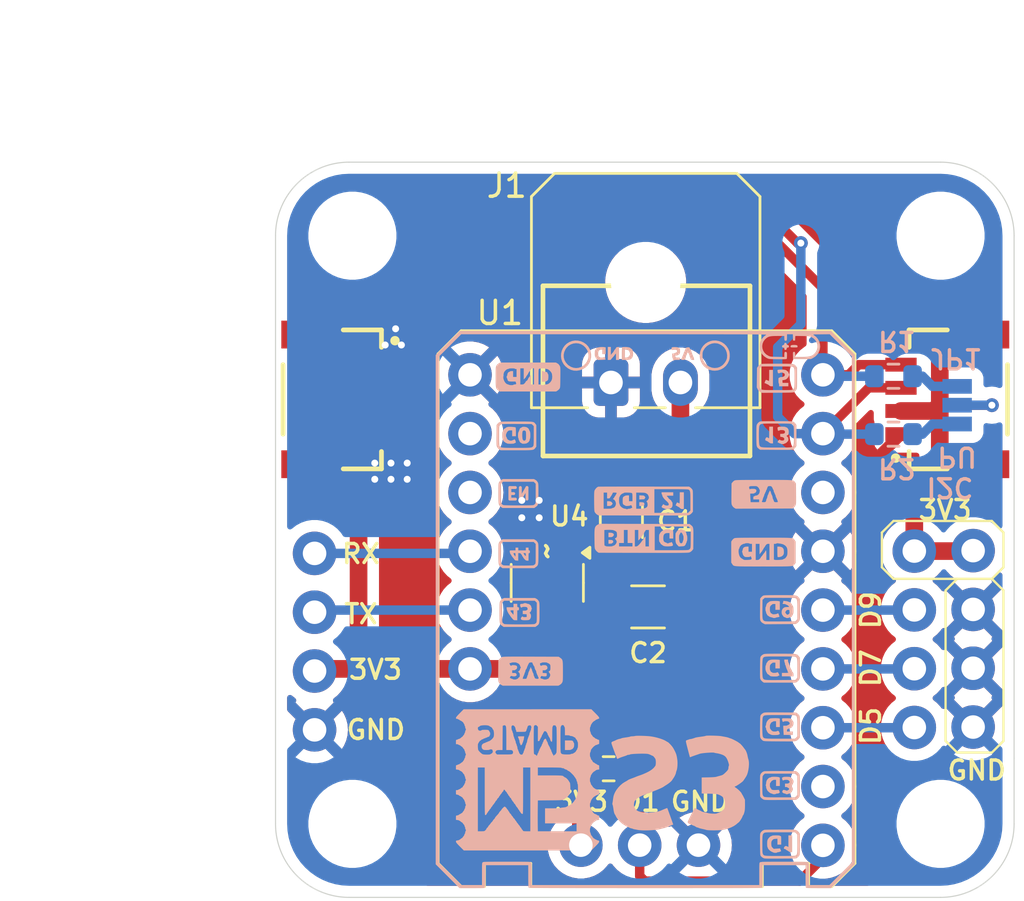
<source format=kicad_pcb>
(kicad_pcb (version 20240108) (generator "pcbnew") (generator_version "8.0")
  (layers (0 "F.Cu" signal) (31 "B.Cu" signal) (34 "B.Paste" user) (35 "F.Paste" user) (36 "B.SilkS" user "B.Silkscreen") (37 "F.SilkS" user "F.Silkscreen") (38 "B.Mask" user) (39 "F.Mask" user) (44 "Edge.Cuts" user))
  (net 0 "")
  (net 1 "+12V")
  (net 2 "GND")
  (net 3 "+3.3V")
  (net 4 "SCL")
  (net 5 "SDA")
  (net 6 "GPIO0")
  (net 7 "GPIO3")
  (net 9 "GPIO9")
  (net 10 "GPIO7")
  (net 11 "GPIO1")
  (net 12 "EN")
  (net 13 "GPIO5")
  (net 14 "RX")
  (net 15 "TX")
  (net 21 "Net-(JP1-A)")
  (net 22 "Net-(JP1-B)")
  (footprint "SparkFun-Hardware:STAND-OFF" (layer "F.Cu") (at 138.134 111.58)
    (property "Reference" "ST1")
    (property "Value" "Stand_off")
    (pad "" np_thru_hole circle (at 0 0) (size 3.302 3.302) (drill 3.302) (layers "F&B.Cu" "*.Mask"))
  )
  (footprint "Capacitor_SMD:C_1206_3216Metric" (layer "F.Cu") (at 149.75 98.510644 90)
    (property "Reference" "C1" (at 0 2.35 180) (layer "F.SilkS") (effects (font (size 0.82 0.82))))
    (property "Value" "10UF")
    (pad "1" smd roundrect (at -1.475 0 90) (size 1.15 1.8) (layers "F.Cu" "F.Paste" "F.Mask") (roundrect_rratio 0.217391) (net 1 "+12V"))
    (pad "2" smd roundrect (at 1.475 0 90) (size 1.15 1.8) (layers "F.Cu" "F.Paste" "F.Mask") (roundrect_rratio 0.217391) (net 2 "GND"))
  )
  (footprint "SparkFun-Hardware:STAND-OFF" (layer "F.Cu") (at 163.534 111.58)
    (property "Reference" "ST4")
    (property "Value" "Stand_off")
    (pad "" np_thru_hole circle (at 0 0) (size 3.302 3.302) (drill 3.302) (layers "F&B.Cu" "*.Mask"))
  )
  (footprint "SparkFun-Hardware:STAND-OFF" (layer "F.Cu") (at 138.134 86.18)
    (property "Reference" "ST2")
    (property "Value" "Stand_off")
    (pad "" np_thru_hole circle (at 0 0) (size 3.302 3.302) (drill 3.302) (layers "F&B.Cu" "*.Mask"))
  )
  (footprint "Connector_Molex:Molex_Micro-Fit_3.0_43650-0200_1x02_P3.00mm_Horizontal" (layer "F.Cu") (at 149.3 92.52)
    (property "Reference" "J1" (at -4.5 -8.5 180) (layer "F.SilkS"))
    (property "Value" "Conn_01x02")
    (pad "" np_thru_hole circle (at 1.5 -4.32) (size 3 3) (drill 3) (layers "*.Cu" "*.Mask"))
    (pad "1" thru_hole roundrect (at 0 0) (size 1.5 2.02) (drill 1.02) (layers "*.Cu" "*.Mask") (roundrect_rratio 0.166667) (net 2 "GND"))
    (pad "2" thru_hole oval (at 3 0) (size 1.5 2.02) (drill 1.02) (layers "*.Cu" "*.Mask") (net 1 "+12V"))
  )
  (footprint "SparkFun-Connector:1X03" (layer "F.Cu") (at 153.08 112.5 180)
    (property "Reference" "J4")
    (property "Value" "Conn_01x03")
    (pad "1" thru_hole circle (at 0 0 270) (size 1.8796 1.8796) (drill 1.016) (layers "*.Cu" "*.Mask") (net 2 "GND"))
    (pad "2" thru_hole circle (at 2.54 0 270) (size 1.8796 1.8796) (drill 1.016) (layers "*.Cu" "*.Mask") (net 11 "GPIO1"))
    (pad "3" thru_hole circle (at 5.08 0 270) (size 1.8796 1.8796) (drill 1.016) (layers "*.Cu" "*.Mask") (net 3 "+3.3V"))
  )
  (footprint "SparkFun-Connector:JST04_1MM_RA" (layer "F.Cu") (at 139.739 93.25 -90)
    (property "Reference" "J2")
    (property "Value" "Qwiic_RA")
    (pad "1" smd rect (at -1.5 0 270) (size 0.6 1.35) (layers "F.Cu" "F.Paste" "F.Mask") (net 2 "GND"))
    (pad "2" smd rect (at -0.5 0 270) (size 0.6 1.35) (layers "F.Cu" "F.Paste" "F.Mask") (net 3 "+3.3V"))
    (pad "3" smd rect (at 0.5 0 270) (size 0.6 1.35) (layers "F.Cu" "F.Paste" "F.Mask") (net 5 "SDA"))
    (pad "4" smd rect (at 1.5 0 270) (size 0.6 1.35) (layers "F.Cu" "F.Paste" "F.Mask") (net 4 "SCL"))
    (pad "NC1" smd rect (at 2.8 3.675 270) (size 1.2 2) (layers "F.Cu" "F.Paste" "F.Mask"))
    (pad "NC2" smd rect (at -2.8 3.675 270) (size 1.2 2) (layers "F.Cu" "F.Paste" "F.Mask"))
  )
  (footprint "SparkFun-Resistor:R_0603_1608Metric" (layer "F.Cu") (at 149.2 109.2)
    (property "Reference" "R3")
    (property "Value" "4.7k")
    (pad "1" smd roundrect (at -0.825 0) (size 0.8 0.95) (layers "F.Cu" "F.Paste" "F.Mask") (net 3 "+3.3V"))
    (pad "2" smd roundrect (at 0.825 0) (size 0.8 0.95) (layers "F.Cu" "F.Paste" "F.Mask") (net 11 "GPIO1"))
  )
  (footprint "Package_TO_SOT_SMD:SOT-23-5" (layer "F.Cu") (at 146.55 101.173144 -90)
    (property "Reference" "U4" (at -2.873144 -0.95 180) (layer "F.SilkS") (effects (font (size 0.82 0.82))))
    (property "Value" "XC6220B331MR")
    (pad "1" smd roundrect (at -1.1375 -0.95 270) (size 1.325 0.6) (layers "F.Cu" "F.Paste" "F.Mask") (net 1 "+12V"))
    (pad "2" smd roundrect (at -1.1375 0 270) (size 1.325 0.6) (layers "F.Cu" "F.Paste" "F.Mask") (net 2 "GND"))
    (pad "3" smd roundrect (at -1.1375 0.95 270) (size 1.325 0.6) (layers "F.Cu" "F.Paste" "F.Mask") (net 1 "+12V"))
    (pad "4" smd roundrect (at 1.1375 0.95 270) (size 1.325 0.6) (layers "F.Cu" "F.Paste" "F.Mask"))
    (pad "5" smd roundrect (at 1.1375 -0.95 270) (size 1.325 0.6) (layers "F.Cu" "F.Paste" "F.Mask") (net 3 "+3.3V"))
  )
  (footprint "SparkFun-Connector:JST04_1MM_RA" (layer "F.Cu") (at 161.825 93.25 90)
    (property "Reference" "J3")
    (property "Value" "Qwiic_RA")
    (pad "1" smd rect (at -1.5 0 90) (size 0.6 1.35) (layers "F.Cu" "F.Paste" "F.Mask") (net 2 "GND"))
    (pad "2" smd rect (at -0.5 0 90) (size 0.6 1.35) (layers "F.Cu" "F.Paste" "F.Mask") (net 3 "+3.3V"))
    (pad "3" smd rect (at 0.5 0 90) (size 0.6 1.35) (layers "F.Cu" "F.Paste" "F.Mask") (net 5 "SDA"))
    (pad "4" smd rect (at 1.5 0 90) (size 0.6 1.35) (layers "F.Cu" "F.Paste" "F.Mask") (net 4 "SCL"))
    (pad "NC1" smd rect (at 2.8 3.675 90) (size 1.2 2) (layers "F.Cu" "F.Paste" "F.Mask"))
    (pad "NC2" smd rect (at -2.8 3.675 90) (size 1.2 2) (layers "F.Cu" "F.Paste" "F.Mask"))
  )
  (footprint "M5KiCad:STAMP-S3-2_54-SOCKET" (layer "F.Cu") (at 150.833084 102.288375 180)
    (property "Reference" "U1" (at 7.433084 12.188375 0) (layer "F.SilkS") (effects (justify left bottom)))
    (property "Value" "~" (at 3.748203 2.053789 90) (layer "F.SilkS") (effects (justify left bottom)))
    (fp_text user "EN" (at 6.1 5.3 180) (layer "B.SilkS") (effects (font (size 0.5 0.5) (thickness 0.125) (bold yes)) (justify left bottom mirror)))
    (pad "1" thru_hole circle (at -7.62 -10.22 180) (size 1.8796 1.8796) (drill 1.016) (layers "*.Cu" "*.Mask") (net 11 "GPIO1"))
    (pad "2" thru_hole circle (at -7.62 -7.68 180) (size 1.8796 1.8796) (drill 1.016) (layers "*.Cu" "*.Mask") (net 7 "GPIO3"))
    (pad "3" thru_hole circle (at -7.62 -5.14 180) (size 1.8796 1.8796) (drill 1.016) (layers "*.Cu" "*.Mask") (net 13 "GPIO5"))
    (pad "4" thru_hole circle (at -7.62 -2.6 180) (size 1.8796 1.8796) (drill 1.016) (layers "*.Cu" "*.Mask") (net 10 "GPIO7"))
    (pad "5" thru_hole circle (at -7.62 -0.06 180) (size 1.8796 1.8796) (drill 1.016) (layers "*.Cu" "*.Mask") (net 9 "GPIO9"))
    (pad "6" thru_hole circle (at -7.62 2.48 180) (size 1.8796 1.8796) (drill 1.016) (layers "*.Cu" "*.Mask") (net 2 "GND"))
    (pad "7" thru_hole circle (at -7.62 5.02 180) (size 1.8796 1.8796) (drill 1.016) (layers "*.Cu" "*.Mask"))
    (pad "8" thru_hole circle (at -7.62 7.56 180) (size 1.8796 1.8796) (drill 1.016) (layers "*.Cu" "*.Mask") (net 5 "SDA"))
    (pad "9" thru_hole circle (at -7.62 10.1 180) (size 1.8796 1.8796) (drill 1.016) (layers "*.Cu" "*.Mask") (net 4 "SCL"))
    (pad "10" thru_hole circle (at 7.62 10.1 180) (size 1.8796 1.8796) (drill 1.016) (layers "*.Cu" "*.Mask") (net 2 "GND"))
    (pad "11" thru_hole circle (at 7.62 7.56 180) (size 1.8796 1.8796) (drill 1.016) (layers "*.Cu" "*.Mask") (net 6 "GPIO0"))
    (pad "12" thru_hole circle (at 7.62 5.02 180) (size 1.8796 1.8796) (drill 1.016) (layers "*.Cu" "*.Mask") (net 12 "EN"))
    (pad "13" thru_hole circle (at 7.62 2.48 180) (size 1.8796 1.8796) (drill 1.016) (layers "*.Cu" "*.Mask") (net 14 "RX"))
    (pad "14" thru_hole circle (at 7.62 -0.06 270) (size 1.8796 1.8796) (drill 1.016) (layers "*.Cu" "*.Mask") (net 15 "TX"))
    (pad "15" thru_hole circle (at 7.62 -2.6 180) (size 1.8796 1.8796) (drill 1.016) (layers "*.Cu" "*.Mask") (net 3 "+3.3V"))
  )
  (footprint "SparkFun-Hardware:STAND-OFF" (layer "F.Cu") (at 163.534 86.18)
    (property "Reference" "ST3")
    (property "Value" "Stand_off")
    (pad "" np_thru_hole circle (at 0 0) (size 3.302 3.302) (drill 3.302) (layers "F&B.Cu" "*.Mask"))
  )
  (footprint "Capacitor_SMD:C_1206_3216Metric" (layer "F.Cu") (at 150.9 102.210644)
    (property "Reference" "C2" (at 0 1.989356 0) (layer "F.SilkS") (effects (font (size 0.82 0.82))))
    (property "Value" "10UF")
    (pad "1" smd roundrect (at -1.475 0) (size 1.15 1.8) (layers "F.Cu" "F.Paste" "F.Mask") (roundrect_rratio 0.217391) (net 3 "+3.3V"))
    (pad "2" smd roundrect (at 1.475 0) (size 1.15 1.8) (layers "F.Cu" "F.Paste" "F.Mask") (roundrect_rratio 0.217391) (net 2 "GND"))
  )
  (footprint "SparkFun-Connector:1X04" (layer "F.Cu") (at 136.5 107.52 90)
    (property "Reference" "J5")
    (property "Value" "Conn_01x04")
    (pad "1" thru_hole circle (at 0 0 180) (size 1.8796 1.8796) (drill 1.016) (layers "*.Cu" "*.Mask") (net 2 "GND"))
    (pad "2" thru_hole circle (at 2.54 0 180) (size 1.8796 1.8796) (drill 1.016) (layers "*.Cu" "*.Mask") (net 3 "+3.3V"))
    (pad "3" thru_hole circle (at 5.08 0 180) (size 1.8796 1.8796) (drill 1.016) (layers "*.Cu" "*.Mask") (net 15 "TX"))
    (pad "4" thru_hole circle (at 7.62 0 180) (size 1.8796 1.8796) (drill 1.016) (layers "*.Cu" "*.Mask") (net 14 "RX"))
  )
  (footprint "SparkFun-Connector:1X04" (layer "F.Cu") (at 164.94 99.78 -90)
    (property "Reference" "J7")
    (property "Value" "Conn_01x04")
    (pad "1" thru_hole circle (at 0 0) (size 1.8796 1.8796) (drill 1.016) (layers "*.Cu" "*.Mask") (net 3 "+3.3V"))
    (pad "2" thru_hole circle (at 2.54 0) (size 1.8796 1.8796) (drill 1.016) (layers "*.Cu" "*.Mask") (net 2 "GND"))
    (pad "3" thru_hole circle (at 5.08 0) (size 1.8796 1.8796) (drill 1.016) (layers "*.Cu" "*.Mask") (net 2 "GND"))
    (pad "4" thru_hole circle (at 7.62 0) (size 1.8796 1.8796) (drill 1.016) (layers "*.Cu" "*.Mask") (net 2 "GND"))
  )
  (footprint "SparkFun-Connector:1X04" (layer "F.Cu") (at 162.4 99.8 -90)
    (property "Reference" "J6")
    (property "Value" "Conn_01x04")
    (pad "1" thru_hole circle (at 0 0) (size 1.8796 1.8796) (drill 1.016) (layers "*.Cu" "*.Mask") (net 3 "+3.3V"))
    (pad "2" thru_hole circle (at 2.54 0) (size 1.8796 1.8796) (drill 1.016) (layers "*.Cu" "*.Mask") (net 9 "GPIO9"))
    (pad "3" thru_hole circle (at 5.08 0) (size 1.8796 1.8796) (drill 1.016) (layers "*.Cu" "*.Mask") (net 10 "GPIO7"))
    (pad "4" thru_hole circle (at 7.62 0) (size 1.8796 1.8796) (drill 1.016) (layers "*.Cu" "*.Mask") (net 13 "GPIO5"))
  )
  (footprint "SparkFun-Resistor:R_0603_1608Metric" (layer "B.Cu") (at 161.5 94.75)
    (property "Reference" "R1")
    (property "Value" "4.7k")
    (pad "1" smd roundrect (at -0.825 0) (size 0.8 0.95) (layers "B.Cu" "B.Paste" "B.Mask") (net 5 "SDA"))
    (pad "2" smd roundrect (at 0.825 0) (size 0.8 0.95) (layers "B.Cu" "B.Paste" "B.Mask") (net 22 "Net-(JP1-B)"))
  )
  (footprint "SparkFun-Jumper:SMT-JUMPER_3_NO_NO-SILK" (layer "B.Cu") (at 164.25 93.5 -90)
    (property "Reference" "JP1")
    (property "Value" "SolderJumper_3_Open")
    (pad "1" smd rect (at -0.8128 0 270) (size 0.635 1.27) (layers "B.Cu" "B.Mask") (net 21 "Net-(JP1-A)"))
    (pad "2" smd rect (at 0 0 270) (size 0.635 1.27) (layers "B.Cu" "B.Mask") (net 3 "+3.3V"))
    (pad "3" smd rect (at 0.8128 0 270) (size 0.635 1.27) (layers "B.Cu" "B.Mask") (net 22 "Net-(JP1-B)"))
  )
  (footprint "SparkFun-Resistor:R_0603_1608Metric" (layer "B.Cu") (at 161.5 92.25)
    (property "Reference" "R2")
    (property "Value" "4.7k")
    (pad "1" smd roundrect (at -0.825 0) (size 0.8 0.95) (layers "B.Cu" "B.Paste" "B.Mask") (net 4 "SCL"))
    (pad "2" smd roundrect (at 0.825 0) (size 0.8 0.95) (layers "B.Cu" "B.Paste" "B.Mask") (net 21 "Net-(JP1-A)"))
  )
  (gr_line (start 163.75 101.5) (end 164.25 101) (stroke (width 0.1)) (layer "F.SilkS"))
  (gr_line (start 165.75 101) (end 161.5 101) (stroke (width 0.1)) (layer "F.SilkS"))
  (gr_line (start 163.75 101.75) (end 163.75 101.5) (stroke (width 0.1)) (layer "F.SilkS"))
  (gr_line (start 164.25 108.5) (end 165.75 108.5) (stroke (width 0.1)) (layer "F.SilkS"))
  (gr_line (start 163 98.5) (end 165.75 98.5) (stroke (width 0.1)) (layer "F.SilkS"))
  (gr_line (start 163.75 108) (end 163.75 101.75) (stroke (width 0.1)) (layer "F.SilkS"))
  (gr_line (start 161.5 98.5) (end 163 98.5) (stroke (width 0.1)) (layer "F.SilkS"))
  (gr_line (start 165.75 98.5) (end 166.25 99) (stroke (width 0.1)) (layer "F.SilkS"))
  (gr_line (start 163.75 108) (end 164.25 108.5) (stroke (width 0.1)) (layer "F.SilkS"))
  (gr_line (start 166.25 108) (end 166.25 101.5) (stroke (width 0.1)) (layer "F.SilkS"))
  (gr_line (start 161 100.5) (end 161 99) (stroke (width 0.1)) (layer "F.SilkS"))
  (gr_line (start 166.25 100.5) (end 165.75 101) (stroke (width 0.1)) (layer "F.SilkS"))
  (gr_line (start 166.25 99) (end 166.25 100.5) (stroke (width 0.1)) (layer "F.SilkS"))
  (gr_line (start 166.25 101.5) (end 165.75 101) (stroke (width 0.1)) (layer "F.SilkS"))
  (gr_line (start 161 99) (end 161.5 98.5) (stroke (width 0.1)) (layer "F.SilkS"))
  (gr_line (start 161.5 101) (end 161 100.5) (stroke (width 0.1)) (layer "F.SilkS"))
  (gr_line (start 165.75 108.5) (end 166.25 108) (stroke (width 0.1)) (layer "F.SilkS"))
  (gr_line (start 134.814 111.58) (end 134.814 86.18) (stroke (width 0.05)) (layer "Edge.Cuts"))
  (gr_line (start 137.989 83.005) (end 163.534 83.005) (stroke (width 0.05)) (layer "Edge.Cuts"))
  (gr_line (start 166.709 108.75) (end 166.709 111.58) (stroke (width 0.05)) (layer "Edge.Cuts"))
  (gr_line (start 166.709 86.18) (end 166.709 108.75) (stroke (width 0.05)) (layer "Edge.Cuts"))
  (gr_arc (start 137.989 114.755) (mid 135.743936 113.825064) (end 134.814 111.58) (stroke (width 0.05)) (layer "Edge.Cuts"))
  (gr_line (start 163.534 114.755) (end 137.989 114.755) (stroke (width 0.05)) (layer "Edge.Cuts"))
  (gr_arc (start 163.534 83.005) (mid 165.779064 83.934936) (end 166.709 86.18) (stroke (width 0.05)) (layer "Edge.Cuts"))
  (gr_arc (start 134.814 86.18) (mid 135.743936 83.934936) (end 137.989 83.005) (stroke (width 0.05)) (layer "Edge.Cuts"))
  (gr_arc (start 166.709 111.58) (mid 165.779064 113.825064) (end 163.534 114.755) (stroke (width 0.05)) (layer "Edge.Cuts"))
  (gr_text "JP1" (at 163 91 180) (layer "B.SilkS") (effects (font (size 0.82 0.82) (thickness 0.15) (bold yes)) (justify left bottom mirror)))
  (gr_text "I2C \nPU" (at 164.25 95.25 180) (layer "B.SilkS") (effects (font (size 0.82 0.82) (thickness 0.15) (bold yes)) (justify bottom mirror)))
  (gr_text "R2" (at 160.75 95.75 180) (layer "B.SilkS") (effects (font (size 0.82 0.82) (thickness 0.15) (bold yes)) (justify left bottom mirror)))
  (gr_text "R1" (at 160.75 90.25 180) (layer "B.SilkS") (effects (font (size 0.82 0.82) (thickness 0.15) (bold yes)) (justify left bottom mirror)))
  (gr_text "D1" (at 149.7 111.1 0) (layer "F.SilkS") (effects (font (size 0.82 0.82) (thickness 0.15) (bold yes)) (justify left bottom)))
  (gr_text "GND" (at 163.75 109.75 0) (layer "F.SilkS") (effects (font (size 0.82 0.82) (thickness 0.15) (bold yes)) (justify left bottom)))
  (gr_text "GND" (at 151.8 111.1 0) (layer "F.SilkS") (effects (font (size 0.82 0.82) (thickness 0.15) (bold yes)) (justify left bottom)))
  (gr_text "GND" (at 137.8 108 0) (layer "F.SilkS") (effects (font (size 0.82 0.82) (thickness 0.15) (bold yes)) (justify left bottom)))
  (gr_text "D7" (at 161 105.75 90) (layer "F.SilkS") (effects (font (size 0.82 0.82) (thickness 0.15) (bold yes)) (justify left bottom)))
  (gr_text "D9" (at 161 103.25 90) (layer "F.SilkS") (effects (font (size 0.82 0.82) (thickness 0.15) (bold yes)) (justify left bottom)))
  (gr_text "TX" (at 137.7 103 0) (layer "F.SilkS") (effects (font (size 0.82 0.82) (thickness 0.15) (bold yes)) (justify left bottom)))
  (gr_text "D5" (at 161 108.25 90) (layer "F.SilkS") (effects (font (size 0.82 0.82) (thickness 0.15) (bold yes)) (justify left bottom)))
  (gr_text "3V3" (at 146.8 111.1 0) (layer "F.SilkS") (effects (font (size 0.82 0.82) (thickness 0.15) (bold yes)) (justify left bottom)))
  (gr_text "3V3" (at 137.9 105.4 0) (layer "F.SilkS") (effects (font (size 0.82 0.82) (thickness 0.15) (bold yes)) (justify left bottom)))
  (gr_text "3V3" (at 162.5 98.5 0) (layer "F.SilkS") (effects (font (size 0.82 0.82) (thickness 0.15) (bold yes)) (justify left bottom)))
  (gr_text "RX" (at 137.6 100.4 0) (layer "F.SilkS") (effects (font (size 0.82 0.82) (thickness 0.15) (bold yes)) (justify left bottom)))
  (segment (start 149.75 99.985644) (end 147.55 99.985644) (width 0.635) (layer "F.Cu") (net 1))
  (segment (start 146.984356 101.215644) (end 147.5 100.7) (width 0.4064) (layer "F.Cu") (net 1))
  (segment (start 152.3 92.52) (end 152.3 99.2) (width 0.762) (layer "F.Cu") (net 1))
  (segment (start 147.5 100.7) (end 147.5 100.035644) (width 0.4064) (layer "F.Cu") (net 1))
  (segment (start 151.514356 99.985644) (end 149.75 99.985644) (width 0.762) (layer "F.Cu") (net 1))
  (segment (start 146.119356 101.215644) (end 145.6 100.696288) (width 0.4064) (layer "F.Cu") (net 1))
  (segment (start 152.3 99.2) (end 151.514356 99.985644) (width 0.762) (layer "F.Cu") (net 1))
  (segment (start 147.55 99.985644) (end 147.5 100.035644) (width 0.635) (layer "F.Cu") (net 1))
  (segment (start 145.6 100.696288) (end 145.6 100.035644) (width 0.4064) (layer "F.Cu") (net 1))
  (segment (start 146.984356 101.215644) (end 146.119356 101.215644) (width 0.4064) (layer "F.Cu") (net 1))
  (segment (start 140.25 91.239) (end 139.739 91.75) (width 0.4064) (layer "F.Cu") (net 2))
  (segment (start 139.55 90.9) (end 139.35 91.1) (width 0.4064) (layer "F.Cu") (net 2))
  (segment (start 139.35 91.4) (end 139.7 91.75) (width 0.4064) (layer "F.Cu") (net 2))
  (segment (start 140 90.9) (end 140 91.239) (width 0.4064) (layer "F.Cu") (net 2))
  (segment (start 139.489 91.75) (end 139.45 91.75) (width 0.4064) (layer "F.Cu") (net 2))
  (segment (start 139.35 91.1) (end 139.35 91.4) (width 0.4064) (layer "F.Cu") (net 2))
  (via (at 140.5 96) (size 0.6) (drill 0.3) (layers "F.Cu" "B.Cu") (net 2))
  (via (at 140.5 96.7) (size 0.6) (drill 0.3) (layers "F.Cu" "B.Cu") (net 2))
  (via (at 139.1 96) (size 0.6) (drill 0.3) (layers "F.Cu" "B.Cu") (net 2))
  (via (at 139.55 90.9) (size 0.6) (drill 0.3) (layers "F.Cu" "B.Cu") (net 2))
  (via (at 139.8 96.7) (size 0.6) (drill 0.3) (layers "F.Cu" "B.Cu") (net 2))
  (via (at 140 90.2) (size 0.6) (drill 0.3) (layers "F.Cu" "B.Cu") (net 2))
  (via (at 146.2 98.360644) (size 0.6) (drill 0.3) (layers "F.Cu" "B.Cu") (net 2))
  (via (at 146.2 97.610644) (size 0.6) (drill 0.3) (layers "F.Cu" "B.Cu") (net 2))
  (via (at 139.1 96.7) (size 0.6) (drill 0.3) (layers "F.Cu" "B.Cu") (net 2))
  (via (at 145.45 97.610644) (size 0.6) (drill 0.3) (layers "F.Cu" "B.Cu") (net 2))
  (via (at 139.8 96) (size 0.6) (drill 0.3) (layers "F.Cu" "B.Cu") (net 2))
  (via (at 140.25 90.9) (size 0.6) (drill 0.3) (layers "F.Cu" "B.Cu") (net 2))
  (via (at 145.45 98.360644) (size 0.6) (drill 0.3) (layers "F.Cu" "B.Cu") (net 2))
  (segment (start 162.56 99.8) (end 165.08 99.8) (width 0.762) (layer "F.Cu") (net 3))
  (segment (start 137.75 91) (end 139.5 89.25) (width 0.762) (layer "F.Cu") (net 3))
  (segment (start 149.325 102.310644) (end 149.425 102.210644) (width 0.762) (layer "F.Cu") (net 3))
  (segment (start 165.75 93.5) (end 163.5 93.5) (width 0.4064) (layer "F.Cu") (net 3))
  (segment (start 137.75 98.35) (end 138.4 99) (width 0.762) (layer "F.Cu") (net 3))
  (segment (start 163.5 91.254077) (end 163.5 93.5) (width 0.762) (layer "F.Cu") (net 3))
  (segment (start 163.5 96.2) (end 162.4 97.3) (width 0.762) (layer "F.Cu") (net 3))
  (segment (start 148.375 110.375) (end 148 110.75) (width 0.762) (layer "F.Cu") (net 3))
  (segment (start 163.25 93.75) (end 161.825 93.75) (width 0.762) (layer "F.Cu") (net 3))
  (segment (start 140.5 89.25) (end 145.5 84.25) (width 0.762) (layer "F.Cu") (net 3))
  (segment (start 137.75 92.75) (end 137.75 98.35) (width 0.762) (layer "F.Cu") (net 3))
  (segment (start 148.25 104.888375) (end 148.375 105.013375) (width 0.762) (layer "F.Cu") (net 3))
  (segment (start 148.375 109.2) (end 148.375 110.375) (width 0.762) (layer "F.Cu") (net 3))
  (segment (start 145.5 84.25) (end 156.495923 84.25) (width 0.762) (layer "F.Cu") (net 3))
  (segment (start 162.4 97.3) (end 162.4 99.8) (width 0.762) (layer "F.Cu") (net 3))
  (segment (start 139.5 89.25) (end 140.5 89.25) (width 0.762) (layer "F.Cu") (net 3))
  (segment (start 148.375 109.2) (end 148.375 105.013375) (width 0.762) (layer "F.Cu") (net 3))
  (segment (start 138.4 104.888375) (end 136.591625 104.888375) (width 0.762) (layer "F.Cu") (net 3))
  (segment (start 156.495923 84.25) (end 163.5 91.254077) (width 0.762) (layer "F.Cu") (net 3))
  (segment (start 148 110.75) (end 148 112.5) (width 0.762) (layer "F.Cu") (net 3))
  (segment (start 143.213084 104.888375) (end 148.25 104.888375) (width 0.762) (layer "F.Cu") (net 3))
  (segment (start 163.5 93.5) (end 163.5 96.2) (width 0.762) (layer "F.Cu") (net 3))
  (segment (start 138.4 99) (end 138.4 104.888375) (width 0.762) (layer "F.Cu") (net 3))
  (segment (start 163.5 93.5) (end 163.25 93.75) (width 0.762) (layer "F.Cu") (net 3))
  (segment (start 147.5 102.310644) (end 149.325 102.310644) (width 0.762) (layer "F.Cu") (net 3))
  (segment (start 148.25 104.888375) (end 149.425 103.713375) (width 0.762) (layer "F.Cu") (net 3))
  (segment (start 136.591625 104.888375) (end 136.5 104.98) (width 0.762) (layer "F.Cu") (net 3))
  (segment (start 143.213084 104.888375) (end 138.4 104.888375) (width 0.762) (layer "F.Cu") (net 3))
  (segment (start 137.75 92.75) (end 137.75 91) (width 0.762) (layer "F.Cu") (net 3))
  (segment (start 137.75 92.75) (end 139.489 92.75) (width 0.762) (layer "F.Cu") (net 3))
  (segment (start 149.425 103.713375) (end 149.425 102.210644) (width 0.762) (layer "F.Cu") (net 3))
  (segment (start 165.08 99.8) (end 165.1 99.78) (width 0.762) (layer "F.Cu") (net 3))
  (via (at 165.75 93.5) (size 0.6) (drill 0.3) (layers "F.Cu" "B.Cu") (net 3))
  (segment (start 164.25 93.5) (end 165.75 93.5) (width 0.4064) (layer "B.Cu") (net 3))
  (segment (start 143 89.5) (end 141.5 91) (width 0.4064) (layer "F.Cu") (net 4))
  (segment (start 141 94.75) (end 139.489 94.75) (width 0.4064) (layer "F.Cu") (net 4))
  (segment (start 160 91.75) (end 161.825 91.75) (width 0.4064) (layer "F.Cu") (net 4))
  (segment (start 158.453084 88.453084) (end 156 86) (width 0.4064) (layer "F.Cu") (net 4))
  (segment (start 156 86) (end 147.5 86) (width 0.4064) (layer "F.Cu") (net 4))
  (segment (start 159.561625 92.188375) (end 160 91.75) (width 0.4064) (layer "F.Cu") (net 4))
  (segment (start 158.453084 92.188375) (end 159.561625 92.188375) (width 0.4064) (layer "F.Cu") (net 4))
  (segment (start 141.5 94.25) (end 141 94.75) (width 0.4064) (layer "F.Cu") (net 4))
  (segment (start 144 89.5) (end 143 89.5) (width 0.4064) (layer "F.Cu") (net 4))
  (segment (start 158.453084 92.188375) (end 158.453084 88.453084) (width 0.4064) (layer "F.Cu") (net 4))
  (segment (start 147.5 86) (end 144 89.5) (width 0.4064) (layer "F.Cu") (net 4))
  (segment (start 141.5 91) (end 141.5 94.25) (width 0.4064) (layer "F.Cu") (net 4))
  (segment (start 158.514709 92.25) (end 158.453084 92.188375) (width 0.4064) (layer "B.Cu") (net 4))
  (segment (start 160.675 92.25) (end 158.514709 92.25) (width 0.4064) (layer "B.Cu") (net 4))
  (segment (start 157.35758 86.5) (end 156.25118 85.3936) (width 0.4064) (layer "F.Cu") (net 5))
  (segment (start 158.453084 94.728375) (end 160.431459 92.75) (width 0.4064) (layer "F.Cu") (net 5))
  (segment (start 140.8936 90.74882) (end 140.8936 93.3564) (width 0.4064) (layer "F.Cu") (net 5))
  (segment (start 140.8936 93.3564) (end 140.5 93.75) (width 0.4064) (layer "F.Cu") (net 5))
  (segment (start 143.74882 88.8936) (end 142.74882 88.8936) (width 0.4064) (layer "F.Cu") (net 5))
  (segment (start 140.5 93.75) (end 139.489 93.75) (width 0.4064) (layer "F.Cu") (net 5))
  (segment (start 142.74882 88.8936) (end 140.8936 90.74882) (width 0.4064) (layer "F.Cu") (net 5))
  (segment (start 147.24882 85.3936) (end 143.74882 88.8936) (width 0.4064) (layer "F.Cu") (net 5))
  (segment (start 160.431459 92.75) (end 161.825 92.75) (width 0.4064) (layer "F.Cu") (net 5))
  (segment (start 157.5 86.5) (end 157.35758 86.5) (width 0.4064) (layer "F.Cu") (net 5))
  (segment (start 156.25118 85.3936) (end 147.24882 85.3936) (width 0.4064) (layer "F.Cu") (net 5))
  (via (at 157.5 86.5) (size 0.6) (drill 0.3) (layers "F.Cu" "B.Cu") (net 5))
  (segment (start 156.5 91) (end 156.5 94) (width 0.4064) (layer "B.Cu") (net 5))
  (segment (start 156.5 94) (end 157.228375 94.728375) (width 0.4064) (layer "B.Cu") (net 5))
  (segment (start 160.675 94.75) (end 158.474709 94.75) (width 0.4064) (layer "B.Cu") (net 5))
  (segment (start 157.5 86.5) (end 157.5 90) (width 0.4064) (layer "B.Cu") (net 5))
  (segment (start 157.5 90) (end 156.5 91) (width 0.4064) (layer "B.Cu") (net 5))
  (segment (start 158.474709 94.75) (end 158.453084 94.728375) (width 0.4064) (layer "B.Cu") (net 5))
  (segment (start 157.228375 94.728375) (end 158.453084 94.728375) (width 0.4064) (layer "B.Cu") (net 5))
  (segment (start 162.551625 102.348375) (end 162.56 102.34) (width 0.4064) (layer "B.Cu") (net 9))
  (segment (start 158.453084 102.348375) (end 162.551625 102.348375) (width 0.4064) (layer "B.Cu") (net 9))
  (segment (start 162.551625 104.888375) (end 162.56 104.88) (width 0.4064) (layer "B.Cu") (net 10))
  (segment (start 158.453084 104.888375) (end 162.551625 104.888375) (width 0.4064) (layer "B.Cu") (net 10))
  (segment (start 150.54 112.5) (end 150.54 113.829077) (width 0.4064) (layer "F.Cu") (net 11))
  (segment (start 150.54 113.829077) (end 150.762723 114.0518) (width 0.4064) (layer "F.Cu") (net 11))
  (segment (start 150.025 109.2) (end 150.025 110.025) (width 0.4064) (layer "F.Cu") (net 11))
  (segment (start 158.453084 113.046916) (end 158.453084 112.508375) (width 0.4064) (layer "F.Cu") (net 11))
  (segment (start 150.54 110.54) (end 150.54 112.5) (width 0.4064) (layer "F.Cu") (net 11))
  (segment (start 157.4482 114.0518) (end 158.453084 113.046916) (width 0.4064) (layer "F.Cu") (net 11))
  (segment (start 150.762723 114.0518) (end 157.4482 114.0518) (width 0.4064) (layer "F.Cu") (net 11))
  (segment (start 150.025 110.025) (end 150.54 110.54) (width 0.4064) (layer "F.Cu") (net 11))
  (segment (start 162.551625 107.428375) (end 162.56 107.42) (width 0.4064) (layer "B.Cu") (net 13))
  (segment (start 158.453084 107.428375) (end 162.551625 107.428375) (width 0.4064) (layer "B.Cu") (net 13))
  (segment (start 136.5 99.9) (end 143.121459 99.9) (width 0.4064) (layer "B.Cu") (net 14))
  (segment (start 143.121459 99.9) (end 143.213084 99.808375) (width 0.4064) (layer "B.Cu") (net 14))
  (segment (start 136.591625 102.348375) (end 136.5 102.44) (width 0.4064) (layer "B.Cu") (net 15))
  (segment (start 143.213084 102.348375) (end 136.591625 102.348375) (width 0.4064) (layer "B.Cu") (net 15))
  (segment (start 162.75 92.25) (end 163.1872 92.6872) (width 0.4064) (layer "B.Cu") (net 21))
  (segment (start 162.325 92.25) (end 162.75 92.25) (width 0.4064) (layer "B.Cu") (net 21))
  (segment (start 163.1872 92.6872) (end 164.25 92.6872) (width 0.4064) (layer "B.Cu") (net 21))
  (segment (start 162.75 94.75) (end 163.1872 94.3128) (width 0.4064) (layer "B.Cu") (net 22))
  (segment (start 162.325 94.75) (end 162.75 94.75) (width 0.4064) (layer "B.Cu") (net 22))
  (segment (start 163.1872 94.3128) (end 164.25 94.3128) (width 0.4064) (layer "B.Cu") (net 22))
  (zone (net 2) (net_name "GND") (layer "F.Cu") (connect_pads (clearance 0.5)) (min_thickness 0.25) (fill yes (thermal_gap 0.5) (thermal_bridge_width 0.5))
    (polygon (pts (xy 134.432 89.25) (xy 134.432 108.5) (xy 141.25 108.5) (xy 141.25 114.882) (xy 160.5 114.882) (xy 160.5 108.5) (xy 166.836 108.5) (xy 166.836 89.25) (xy 160.5 89.25) (xy 160.5 82.878) (xy 141.25 82.878) (xy 141.25 89.25)))
  )
  (zone (net 2) (net_name "GND") (layer "B.Cu") (connect_pads (clearance 0.5)) (min_thickness 0.25) (fill yes (thermal_gap 0.5) (thermal_bridge_width 0.5))
    (polygon (pts (xy 134.346 114.932) (xy 166.75 114.932) (xy 166.75 82.928) (xy 134.346 82.928)))
  )
)
</source>
